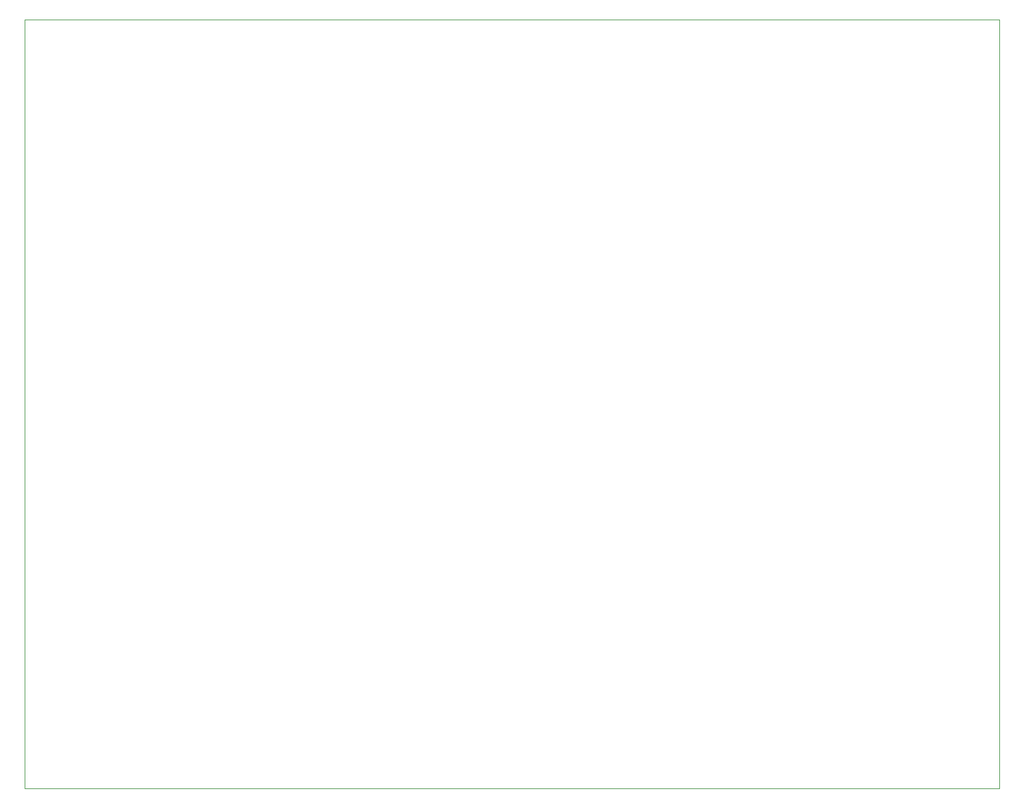
<source format=gbr>
%TF.GenerationSoftware,KiCad,Pcbnew,9.0.5*%
%TF.CreationDate,2025-11-08T09:12:19-03:00*%
%TF.ProjectId,BDNM-01,42444e4d-2d30-4312-9e6b-696361645f70,rev?*%
%TF.SameCoordinates,Original*%
%TF.FileFunction,Profile,NP*%
%FSLAX46Y46*%
G04 Gerber Fmt 4.6, Leading zero omitted, Abs format (unit mm)*
G04 Created by KiCad (PCBNEW 9.0.5) date 2025-11-08 09:12:19*
%MOMM*%
%LPD*%
G01*
G04 APERTURE LIST*
%TA.AperFunction,Profile*%
%ADD10C,0.050000*%
%TD*%
G04 APERTURE END LIST*
D10*
X2420000Y-1660000D02*
X132920000Y-1660000D01*
X132920000Y-104660000D01*
X2420000Y-104660000D01*
X2420000Y-1660000D01*
M02*

</source>
